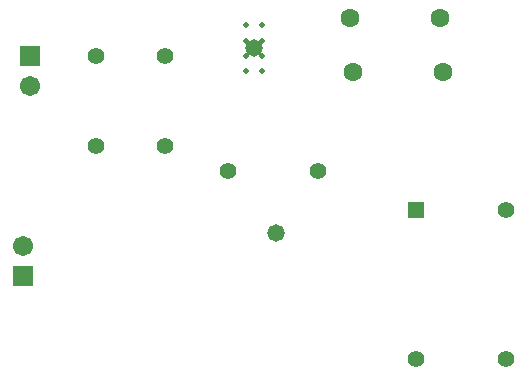
<source format=gbs>
G04*
G04 #@! TF.GenerationSoftware,Altium Limited,Altium Designer,22.11.1 (43)*
G04*
G04 Layer_Color=16711935*
%FSLAX25Y25*%
%MOIN*%
G70*
G04*
G04 #@! TF.SameCoordinates,0EF54BBF-8022-4FFE-BA48-DBC816024316*
G04*
G04*
G04 #@! TF.FilePolarity,Negative*
G04*
G01*
G75*
%ADD19R,0.06706X0.06706*%
%ADD20C,0.06706*%
%ADD21C,0.05524*%
%ADD22R,0.05524X0.05524*%
%ADD23C,0.06312*%
%ADD24C,0.05800*%
%ADD25C,0.01968*%
D19*
X294468Y279000D02*
D03*
X296969Y352500D02*
D03*
D20*
X294468Y289000D02*
D03*
X296969Y342500D02*
D03*
D21*
X392969Y314000D02*
D03*
X362968D02*
D03*
X341968Y352500D02*
D03*
Y322500D02*
D03*
X318969Y352500D02*
D03*
Y322500D02*
D03*
X455469Y301000D02*
D03*
X425500Y251500D02*
D03*
X455500D02*
D03*
D22*
X425468Y301000D02*
D03*
D23*
X434469Y347000D02*
D03*
X404468D02*
D03*
X403469Y365000D02*
D03*
X433468D02*
D03*
D24*
X379000Y293500D02*
D03*
X371598Y355000D02*
D03*
D25*
X369039Y362677D02*
D03*
X374158D02*
D03*
X369039Y357559D02*
D03*
X374158D02*
D03*
X369039Y352441D02*
D03*
X374158D02*
D03*
X369039Y347323D02*
D03*
X374158D02*
D03*
M02*

</source>
